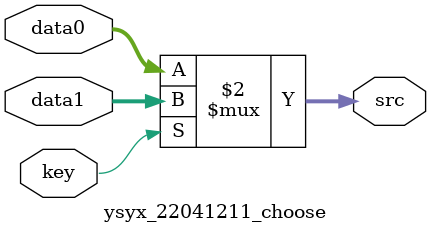
<source format=v>

module ysyx_22041211_choose #(parameter DATA_LEN = 32)(
	input		                		key,
	input		[DATA_LEN - 1:0]		data1,
    input		[DATA_LEN - 1:0]		data0,

	output		[DATA_LEN - 1:0]		src
);

	// ysyx_22041211_MuxKeyWithDefault #(2, 1, 32) choose_src2 (src, key, {DATA_LEN{1'b0}},{
    //     1'b1 , data1,
    //     1'b0 , data0 
    // });

    assign src = key == 1'b1 ? data1 : data0;



endmodule


</source>
